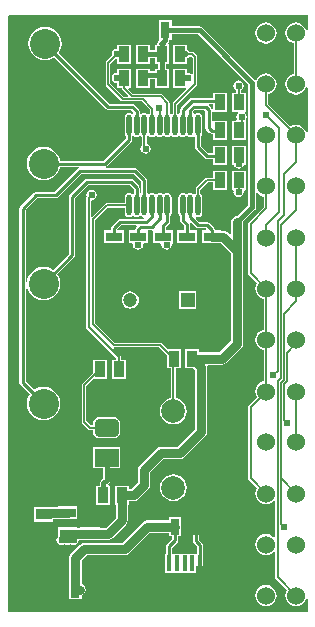
<source format=gtl>
G04 Layer_Physical_Order=1*
G04 Layer_Color=25308*
%FSLAX25Y25*%
%MOIN*%
G70*
G01*
G75*
%ADD10R,0.03740X0.05315*%
%ADD11R,0.05512X0.03150*%
%ADD12R,0.03150X0.05512*%
%ADD13R,0.09350X0.07480*%
%ADD14R,0.05807X0.08268*%
%ADD15R,0.01772X0.05433*%
%ADD16O,0.01772X0.07087*%
%ADD17R,0.05315X0.03740*%
%ADD18C,0.01500*%
%ADD19C,0.00500*%
%ADD20C,0.01000*%
%ADD21C,0.03000*%
%ADD22C,0.06000*%
%ADD23R,0.04724X0.04724*%
%ADD24C,0.04724*%
%ADD25C,0.10000*%
%ADD26R,0.10000X0.10000*%
%ADD27C,0.07874*%
%ADD28R,0.08000X0.06000*%
G04:AMPARAMS|DCode=29|XSize=60mil|YSize=80mil|CornerRadius=15mil|HoleSize=0mil|Usage=FLASHONLY|Rotation=90.000|XOffset=0mil|YOffset=0mil|HoleType=Round|Shape=RoundedRectangle|*
%AMROUNDEDRECTD29*
21,1,0.06000,0.05000,0,0,90.0*
21,1,0.03000,0.08000,0,0,90.0*
1,1,0.03000,0.02500,0.01500*
1,1,0.03000,0.02500,-0.01500*
1,1,0.03000,-0.02500,-0.01500*
1,1,0.03000,-0.02500,0.01500*
%
%ADD29ROUNDEDRECTD29*%
%ADD30C,0.02400*%
%ADD31C,0.02000*%
G36*
X241500Y294658D02*
X241000Y294558D01*
X240707Y295265D01*
X240146Y295996D01*
X239415Y296557D01*
X238564Y296910D01*
X237650Y297030D01*
X236736Y296910D01*
X235885Y296557D01*
X235154Y295996D01*
X234593Y295265D01*
X234240Y294414D01*
X234120Y293500D01*
X234240Y292586D01*
X234593Y291735D01*
X235154Y291004D01*
X235885Y290443D01*
X236736Y290090D01*
X236885Y290070D01*
Y279929D01*
X236736Y279910D01*
X235885Y279557D01*
X235154Y278996D01*
X234593Y278265D01*
X234240Y277414D01*
X234120Y276500D01*
X234240Y275586D01*
X234593Y274735D01*
X235154Y274004D01*
X235885Y273443D01*
X236736Y273090D01*
X237650Y272970D01*
X238564Y273090D01*
X239415Y273443D01*
X240146Y274004D01*
X240707Y274735D01*
X241000Y275442D01*
X241500Y275342D01*
Y260567D01*
X241000Y260467D01*
X240707Y261174D01*
X240146Y261905D01*
X239415Y262466D01*
X238564Y262819D01*
X237650Y262939D01*
X236736Y262819D01*
X235885Y262466D01*
X235766Y262375D01*
X228415Y269726D01*
Y273071D01*
X228564Y273090D01*
X229415Y273443D01*
X230146Y274004D01*
X230707Y274735D01*
X231060Y275586D01*
X231180Y276500D01*
X231060Y277414D01*
X230707Y278265D01*
X230146Y278996D01*
X229415Y279557D01*
X228564Y279910D01*
X227650Y280030D01*
X226736Y279910D01*
X225885Y279557D01*
X225154Y278996D01*
X224593Y278265D01*
X224465Y277957D01*
X223901Y277901D01*
X206401Y295401D01*
X205988Y295677D01*
X205500Y295775D01*
X196213D01*
Y297756D01*
X192063D01*
Y291244D01*
X192063Y291244D01*
X191960Y291109D01*
X191919Y291081D01*
X191587Y290585D01*
X191471Y290000D01*
X191190Y289657D01*
X190579D01*
Y287774D01*
X188921D01*
Y289657D01*
X184181D01*
Y283343D01*
X188921D01*
Y285226D01*
X190579D01*
Y283343D01*
X191674D01*
Y281658D01*
X190579D01*
Y280774D01*
X188921D01*
Y281658D01*
X184181D01*
Y275342D01*
X188921D01*
Y278225D01*
X190579D01*
Y275342D01*
X195319D01*
Y281658D01*
X194223D01*
Y283343D01*
X195319D01*
Y289657D01*
X195167D01*
X194960Y290158D01*
X195039Y290237D01*
X195315Y290650D01*
X195412Y291138D01*
Y291244D01*
X196213D01*
Y293226D01*
X204972D01*
X221726Y276472D01*
Y236028D01*
X218197Y232500D01*
X218000Y232539D01*
X217220Y232384D01*
X216558Y231942D01*
X216116Y231280D01*
X215961Y230500D01*
Y226576D01*
X215499Y226385D01*
X214804Y227080D01*
X214143Y227522D01*
X213362Y227677D01*
X212756D01*
Y227713D01*
X210520D01*
Y228000D01*
X210442Y228390D01*
X210221Y228721D01*
X208721Y230221D01*
X208390Y230442D01*
X208000Y230520D01*
X205422D01*
X204276Y231666D01*
X204472Y232124D01*
X204503Y232146D01*
X205016Y232044D01*
X205557Y232151D01*
X206015Y232458D01*
X206321Y232916D01*
X206429Y233457D01*
Y238772D01*
X206321Y239312D01*
X206015Y239771D01*
X205780Y239927D01*
Y241199D01*
X208317Y243735D01*
X210079D01*
Y241342D01*
X214819D01*
Y247657D01*
X210079D01*
Y245265D01*
X208000D01*
X208000Y245265D01*
X207707Y245206D01*
X207459Y245041D01*
X204475Y242056D01*
X204309Y241808D01*
X204251Y241516D01*
Y239927D01*
X204017Y239771D01*
X203986Y239725D01*
X203486D01*
X203456Y239771D01*
X202997Y240077D01*
X202457Y240185D01*
X201916Y240077D01*
X201458Y239771D01*
X201427Y239725D01*
X200927D01*
X200897Y239771D01*
X200438Y240077D01*
X199898Y240185D01*
X199357Y240077D01*
X198898Y239771D01*
X198592Y239312D01*
X198485Y238772D01*
Y233457D01*
X198592Y232916D01*
X198878Y232488D01*
Y231102D01*
X198956Y230712D01*
X199177Y230381D01*
X200355Y229203D01*
Y227713D01*
X198119D01*
Y223563D01*
X204631D01*
Y227713D01*
X202395D01*
Y229625D01*
X202317Y230015D01*
X202279Y230072D01*
X202667Y230391D01*
X204279Y228779D01*
X204610Y228558D01*
X205000Y228480D01*
X207536D01*
X207784Y228175D01*
X207582Y227713D01*
X206244D01*
Y223563D01*
X212553D01*
X215961Y220155D01*
Y190845D01*
X212155Y187039D01*
X205421D01*
Y188157D01*
X200681D01*
Y181843D01*
X203325D01*
X203961Y181207D01*
Y161345D01*
X198155Y155539D01*
X192500D01*
X191720Y155384D01*
X191455Y155207D01*
X191058Y154942D01*
X191058Y154942D01*
X185558Y149442D01*
X185116Y148780D01*
X184961Y148000D01*
Y143845D01*
X182655Y141539D01*
X181921D01*
Y142657D01*
X177181D01*
Y136343D01*
X177512D01*
Y131896D01*
X174293Y128677D01*
X172256D01*
Y128713D01*
X165744D01*
Y128677D01*
X164756D01*
Y128713D01*
X158244D01*
Y125680D01*
X157899Y125163D01*
X157767Y124500D01*
X157899Y123837D01*
X158274Y123274D01*
X158837Y122899D01*
X159500Y122767D01*
X160163Y122899D01*
X160500Y123124D01*
X160837Y122899D01*
X161500Y122767D01*
X162163Y122899D01*
X162500Y123124D01*
X162837Y122899D01*
X163500Y122767D01*
X164163Y122899D01*
X164726Y123274D01*
X165101Y123837D01*
X165233Y124500D01*
X165258Y124530D01*
X165744Y124563D01*
X165744Y124563D01*
X165744Y124563D01*
X172256D01*
Y124599D01*
X175138D01*
X175918Y124754D01*
X176580Y125196D01*
X180993Y129609D01*
X181435Y130271D01*
X181590Y131051D01*
Y136343D01*
X181921D01*
Y137461D01*
X183500D01*
X184280Y137616D01*
X184942Y138058D01*
X188442Y141558D01*
X188884Y142220D01*
X189039Y143000D01*
Y147155D01*
X193345Y151461D01*
X199000D01*
X199780Y151616D01*
X200442Y152058D01*
X207442Y159058D01*
X207442Y159058D01*
X207707Y159455D01*
X207884Y159720D01*
X208039Y160500D01*
Y182051D01*
X207958Y182461D01*
X208353Y182961D01*
X213000D01*
X213780Y183116D01*
X214442Y183558D01*
X219442Y188558D01*
X219884Y189220D01*
X220039Y190000D01*
Y221000D01*
Y230500D01*
X220000Y230697D01*
X223901Y234599D01*
X224178Y235012D01*
X224274Y235500D01*
Y240191D01*
X224775Y240361D01*
X225154Y239867D01*
X225885Y239306D01*
X226736Y238953D01*
X226885Y238933D01*
Y235467D01*
X221959Y230541D01*
X221794Y230293D01*
X221735Y230000D01*
Y213422D01*
X221794Y213129D01*
X221959Y212881D01*
X224684Y210156D01*
X224593Y210037D01*
X224240Y209186D01*
X224120Y208272D01*
X224240Y207358D01*
X224593Y206507D01*
X225154Y205776D01*
X225885Y205215D01*
X226736Y204862D01*
X226885Y204842D01*
Y194657D01*
X226736Y194637D01*
X225885Y194284D01*
X225154Y193723D01*
X224593Y192992D01*
X224240Y192141D01*
X224120Y191227D01*
X224240Y190314D01*
X224593Y189462D01*
X225154Y188731D01*
X225885Y188170D01*
X226736Y187817D01*
X226885Y187798D01*
Y177429D01*
X226736Y177410D01*
X225885Y177057D01*
X225154Y176496D01*
X224593Y175765D01*
X224240Y174914D01*
X224120Y174000D01*
X224240Y173086D01*
X224593Y172235D01*
X224684Y172116D01*
X221959Y169391D01*
X221794Y169143D01*
X221735Y168850D01*
Y145150D01*
X221794Y144857D01*
X221959Y144609D01*
X224684Y141884D01*
X224593Y141765D01*
X224240Y140914D01*
X224120Y140000D01*
X224240Y139086D01*
X224593Y138235D01*
X225154Y137504D01*
X225885Y136943D01*
X226736Y136590D01*
X227650Y136470D01*
X228564Y136590D01*
X229415Y136943D01*
X230146Y137504D01*
X230235Y137620D01*
X230735Y137450D01*
Y125550D01*
X230235Y125380D01*
X230146Y125496D01*
X229415Y126057D01*
X228564Y126410D01*
X227650Y126530D01*
X226736Y126410D01*
X225885Y126057D01*
X225154Y125496D01*
X224593Y124765D01*
X224240Y123914D01*
X224120Y123000D01*
X224240Y122086D01*
X224593Y121235D01*
X225154Y120504D01*
X225885Y119943D01*
X226736Y119590D01*
X227650Y119470D01*
X228564Y119590D01*
X229415Y119943D01*
X230146Y120504D01*
X230235Y120620D01*
X230735Y120450D01*
Y112150D01*
X230793Y111857D01*
X230959Y111609D01*
X234684Y107884D01*
X234593Y107765D01*
X234240Y106914D01*
X234120Y106000D01*
X234240Y105086D01*
X234593Y104235D01*
X235154Y103504D01*
X235885Y102943D01*
X236736Y102590D01*
X237650Y102470D01*
X238564Y102590D01*
X239415Y102943D01*
X240146Y103504D01*
X240707Y104235D01*
X241000Y104942D01*
X241500Y104842D01*
Y101000D01*
X241538Y100962D01*
X241347Y100500D01*
X141500D01*
Y299000D01*
X142000Y299500D01*
X241500D01*
Y294658D01*
D02*
G37*
%LPC*%
G36*
X196783Y146385D02*
X195625Y146232D01*
X194546Y145785D01*
X193619Y145074D01*
X192908Y144147D01*
X192461Y143068D01*
X192308Y141909D01*
X192461Y140751D01*
X192908Y139672D01*
X193619Y138745D01*
X194546Y138034D01*
X195625Y137587D01*
X196783Y137434D01*
X197942Y137587D01*
X199021Y138034D01*
X199948Y138745D01*
X200659Y139672D01*
X201106Y140751D01*
X201259Y141909D01*
X201106Y143068D01*
X200659Y144147D01*
X199948Y145074D01*
X199021Y145785D01*
X197942Y146232D01*
X196783Y146385D01*
D02*
G37*
G36*
X174819Y184658D02*
X170079D01*
Y180211D01*
X166459Y176592D01*
X166294Y176344D01*
X166235Y176051D01*
Y164000D01*
X166294Y163707D01*
X166459Y163459D01*
X168459Y161459D01*
X168707Y161293D01*
X169000Y161235D01*
X169000Y161235D01*
X169961D01*
Y160500D01*
X170116Y159720D01*
X170558Y159058D01*
X171220Y158616D01*
X172000Y158461D01*
X177000D01*
X177780Y158616D01*
X178442Y159058D01*
X178884Y159720D01*
X179039Y160500D01*
Y163500D01*
X178884Y164280D01*
X178442Y164942D01*
X177780Y165384D01*
X177000Y165539D01*
X172000D01*
X171220Y165384D01*
X170558Y164942D01*
X170116Y164280D01*
X169961Y163500D01*
Y162765D01*
X169317D01*
X167765Y164317D01*
Y175734D01*
X170373Y178342D01*
X174819D01*
Y184658D01*
D02*
G37*
G36*
X182394Y207387D02*
X181647Y207289D01*
X180950Y207000D01*
X180352Y206541D01*
X179894Y205943D01*
X179605Y205247D01*
X179507Y204500D01*
X179605Y203753D01*
X179894Y203057D01*
X180352Y202459D01*
X180950Y202000D01*
X181647Y201712D01*
X182394Y201613D01*
X183141Y201712D01*
X183837Y202000D01*
X184435Y202459D01*
X184894Y203057D01*
X185182Y203753D01*
X185281Y204500D01*
X185182Y205247D01*
X184894Y205943D01*
X184435Y206541D01*
X183837Y207000D01*
X183141Y207289D01*
X182394Y207387D01*
D02*
G37*
G36*
X179000Y155500D02*
X170000D01*
Y148500D01*
X173225D01*
Y145028D01*
X172548Y144350D01*
X172271Y143937D01*
X172174Y143449D01*
Y142657D01*
X171079D01*
Y136343D01*
X175819D01*
Y142657D01*
X175167D01*
X174960Y143157D01*
X175401Y143599D01*
X175678Y144012D01*
X175775Y144500D01*
Y148500D01*
X179000D01*
Y155500D01*
D02*
G37*
G36*
X227650Y109530D02*
X226736Y109410D01*
X225885Y109057D01*
X225154Y108496D01*
X224593Y107765D01*
X224240Y106914D01*
X224120Y106000D01*
X224240Y105086D01*
X224593Y104235D01*
X225154Y103504D01*
X225885Y102943D01*
X226736Y102590D01*
X227650Y102470D01*
X228564Y102590D01*
X229415Y102943D01*
X230146Y103504D01*
X230707Y104235D01*
X231060Y105086D01*
X231180Y106000D01*
X231060Y106914D01*
X230707Y107765D01*
X230146Y108496D01*
X229415Y109057D01*
X228564Y109410D01*
X227650Y109530D01*
D02*
G37*
G36*
X199437Y132256D02*
X195287D01*
Y131039D01*
X188000D01*
X187220Y130884D01*
X186558Y130442D01*
X179655Y123539D01*
X167000D01*
X166220Y123384D01*
X165558Y122942D01*
X162696Y120080D01*
X162254Y119418D01*
X162099Y118638D01*
Y118256D01*
X162063D01*
Y111756D01*
X162063Y111744D01*
X162063D01*
Y111744D01*
X162063Y111256D01*
X162063Y111251D01*
X162063Y111244D01*
D01*
Y111244D01*
X162063D01*
Y104744D01*
X166213D01*
Y106103D01*
X166280Y106116D01*
X166942Y106558D01*
X167384Y107220D01*
X167539Y108000D01*
X167384Y108780D01*
X166942Y109442D01*
X166280Y109884D01*
X166213Y109897D01*
Y111244D01*
X166213Y111256D01*
X166213D01*
Y111256D01*
X166213Y111744D01*
D01*
X166213Y111749D01*
X166213Y111756D01*
D01*
Y111756D01*
X166213D01*
Y117829D01*
X167845Y119461D01*
X180500D01*
X181280Y119616D01*
X181942Y120058D01*
X188845Y126961D01*
X195287D01*
Y125744D01*
X196343D01*
Y124785D01*
X194661Y123103D01*
X194440Y122772D01*
X194362Y122382D01*
Y119916D01*
X193996D01*
Y113484D01*
X204445D01*
Y115756D01*
X204721Y115892D01*
X204945Y115947D01*
X205228Y115758D01*
X205618Y115680D01*
X206008Y115758D01*
X206339Y115979D01*
X206560Y116310D01*
X206638Y116700D01*
Y122882D01*
X206560Y123272D01*
X206339Y123603D01*
X205382Y124560D01*
Y129000D01*
X205304Y129390D01*
X205083Y129721D01*
X204752Y129942D01*
X204362Y130020D01*
X203972Y129942D01*
X203641Y129721D01*
X203420Y129390D01*
X203343Y129000D01*
Y124138D01*
X203420Y123748D01*
X203641Y123417D01*
X204598Y122460D01*
Y120353D01*
X204445Y119916D01*
X204099Y119916D01*
X196402D01*
Y121960D01*
X198083Y123641D01*
X198304Y123972D01*
X198382Y124362D01*
Y125744D01*
X199437D01*
Y132256D01*
D02*
G37*
G36*
X164756Y135713D02*
X158244D01*
Y135677D01*
X154087D01*
X154087Y135677D01*
X153306Y135522D01*
X153156Y135421D01*
X150343D01*
Y130681D01*
X156658D01*
Y131599D01*
X158244D01*
Y131563D01*
X164756D01*
Y135713D01*
D02*
G37*
G36*
X218500Y277733D02*
X217837Y277601D01*
X217274Y277226D01*
X216899Y276663D01*
X216767Y276000D01*
X216899Y275337D01*
X217274Y274774D01*
X217743Y274461D01*
X217787Y274243D01*
Y273657D01*
X216181D01*
Y267342D01*
X218298D01*
X218449Y266843D01*
X218274Y266726D01*
X217899Y266163D01*
X217767Y265500D01*
X217899Y264837D01*
X217947Y264765D01*
X217711Y264324D01*
X216181D01*
Y258009D01*
X220921D01*
Y264324D01*
X220921Y264324D01*
X220921D01*
X221063Y264779D01*
X221101Y264837D01*
X221233Y265500D01*
X221101Y266163D01*
X220726Y266726D01*
X220551Y266843D01*
X220702Y267342D01*
X220921D01*
Y273657D01*
X219316D01*
Y274449D01*
X219307Y274495D01*
X219726Y274774D01*
X220101Y275337D01*
X220233Y276000D01*
X220101Y276663D01*
X219726Y277226D01*
X219163Y277601D01*
X218500Y277733D01*
D02*
G37*
G36*
X154000Y295548D02*
X152564Y295358D01*
X151226Y294804D01*
X150077Y293923D01*
X149196Y292774D01*
X148642Y291436D01*
X148452Y290000D01*
X148642Y288564D01*
X149196Y287226D01*
X150077Y286077D01*
X151226Y285196D01*
X152564Y284642D01*
X154000Y284453D01*
X155436Y284642D01*
X156774Y285196D01*
X157107Y285451D01*
X174279Y268279D01*
X174610Y268058D01*
X175000Y267980D01*
X182578D01*
X183430Y267128D01*
X183379Y266776D01*
X182965Y266557D01*
X182955Y266561D01*
X182525Y266849D01*
X181984Y266956D01*
X181444Y266849D01*
X180985Y266542D01*
X180679Y266084D01*
X180571Y265543D01*
Y260228D01*
X180679Y259688D01*
X180965Y259260D01*
Y258407D01*
X173578Y251020D01*
X158913D01*
X158858Y251436D01*
X158304Y252774D01*
X157423Y253923D01*
X156274Y254804D01*
X154936Y255358D01*
X153500Y255547D01*
X152064Y255358D01*
X150726Y254804D01*
X149577Y253923D01*
X148696Y252774D01*
X148142Y251436D01*
X147952Y250000D01*
X148142Y248564D01*
X148696Y247226D01*
X149577Y246077D01*
X150726Y245196D01*
X152064Y244642D01*
X153500Y244453D01*
X154936Y244642D01*
X156274Y245196D01*
X157423Y246077D01*
X158304Y247226D01*
X158858Y248564D01*
X158913Y248980D01*
X165254D01*
X165303Y248480D01*
X165110Y248442D01*
X164779Y248221D01*
X157078Y240520D01*
X151000D01*
X150610Y240442D01*
X150279Y240221D01*
X145779Y235721D01*
X145558Y235390D01*
X145480Y235000D01*
Y177000D01*
X145558Y176610D01*
X145779Y176279D01*
X148951Y173107D01*
X148696Y172774D01*
X148142Y171436D01*
X147952Y170000D01*
X148142Y168564D01*
X148696Y167226D01*
X149577Y166077D01*
X150726Y165196D01*
X152064Y164642D01*
X153500Y164453D01*
X154936Y164642D01*
X156274Y165196D01*
X157423Y166077D01*
X158304Y167226D01*
X158858Y168564D01*
X159047Y170000D01*
X158858Y171436D01*
X158304Y172774D01*
X157423Y173923D01*
X156274Y174804D01*
X154936Y175358D01*
X153500Y175548D01*
X152064Y175358D01*
X150726Y174804D01*
X150393Y174549D01*
X147520Y177422D01*
Y209458D01*
X148020Y209491D01*
X148142Y208564D01*
X148696Y207226D01*
X149577Y206077D01*
X150726Y205196D01*
X152064Y204642D01*
X153500Y204452D01*
X154936Y204642D01*
X156274Y205196D01*
X157423Y206077D01*
X158304Y207226D01*
X158858Y208564D01*
X159047Y210000D01*
X158858Y211436D01*
X158304Y212774D01*
X158049Y213107D01*
X163721Y218779D01*
X163942Y219110D01*
X164020Y219500D01*
Y238578D01*
X168422Y242980D01*
X182078D01*
X183524Y241534D01*
Y239944D01*
X183077Y239734D01*
X182955Y239790D01*
X182525Y240077D01*
X181984Y240185D01*
X181444Y240077D01*
X180985Y239771D01*
X180679Y239312D01*
X180571Y238772D01*
Y236879D01*
X174614D01*
X174614Y236879D01*
X174322Y236821D01*
X174074Y236655D01*
X174073Y236655D01*
X169765Y232346D01*
X169265Y232553D01*
Y237574D01*
X169500Y237767D01*
X170163Y237899D01*
X170726Y238274D01*
X171101Y238837D01*
X171233Y239500D01*
X171101Y240163D01*
X170726Y240726D01*
X170163Y241101D01*
X169500Y241233D01*
X168837Y241101D01*
X168274Y240726D01*
X167899Y240163D01*
X167767Y239500D01*
X167881Y238924D01*
X167794Y238793D01*
X167735Y238500D01*
Y195500D01*
X167794Y195207D01*
X167959Y194959D01*
X177761Y185158D01*
X177725Y184658D01*
X176181D01*
Y178342D01*
X180921D01*
Y184658D01*
X179316D01*
Y185449D01*
X179316Y185449D01*
X179258Y185741D01*
X179092Y185989D01*
X179092Y185990D01*
X176820Y188261D01*
X176953Y188611D01*
X177053Y188735D01*
X192132D01*
X194579Y186289D01*
Y181843D01*
X196019D01*
Y171875D01*
X195625Y171823D01*
X194546Y171376D01*
X193619Y170665D01*
X192908Y169738D01*
X192461Y168658D01*
X192308Y167500D01*
X192461Y166342D01*
X192908Y165262D01*
X193619Y164336D01*
X194546Y163624D01*
X195625Y163177D01*
X196783Y163025D01*
X197942Y163177D01*
X199021Y163624D01*
X199948Y164336D01*
X200659Y165262D01*
X201106Y166342D01*
X201259Y167500D01*
X201106Y168658D01*
X200659Y169738D01*
X199948Y170665D01*
X199021Y171376D01*
X197942Y171823D01*
X197548Y171875D01*
Y181843D01*
X199319D01*
Y188157D01*
X194873D01*
X192990Y190041D01*
X192742Y190207D01*
X192449Y190265D01*
X177317D01*
X170765Y196817D01*
Y231183D01*
X174931Y235349D01*
X180571D01*
Y233457D01*
X180679Y232916D01*
X180985Y232458D01*
X181444Y232151D01*
X181984Y232044D01*
X182525Y232151D01*
X182983Y232458D01*
X183014Y232503D01*
X183514D01*
X183544Y232458D01*
X184003Y232151D01*
X184543Y232044D01*
X185084Y232151D01*
X185542Y232458D01*
X185573Y232503D01*
X186073D01*
X186103Y232458D01*
X186562Y232151D01*
X186748Y232114D01*
X186996Y231555D01*
X186975Y231520D01*
X179000D01*
X178610Y231442D01*
X178279Y231221D01*
X176279Y229221D01*
X176058Y228890D01*
X175980Y228500D01*
Y227713D01*
X173744D01*
Y223563D01*
X180256D01*
Y227713D01*
X178345D01*
X178155Y228213D01*
X179422Y229480D01*
X184385D01*
X184576Y229018D01*
X184404Y228846D01*
X184183Y228515D01*
X184105Y228125D01*
Y227713D01*
X181869D01*
Y223563D01*
X182985D01*
X183302Y223177D01*
X183267Y223000D01*
X183399Y222337D01*
X183774Y221774D01*
X184337Y221399D01*
X185000Y221267D01*
X185663Y221399D01*
X186226Y221774D01*
X186601Y222337D01*
X186733Y223000D01*
X186698Y223177D01*
X187015Y223563D01*
X188381D01*
Y227713D01*
X188770Y227980D01*
X189216D01*
X189688Y227920D01*
X189972Y227597D01*
X189977Y227592D01*
X189987Y227580D01*
X189987Y227580D01*
X189994Y227572D01*
Y227514D01*
X189994Y227481D01*
X189994Y227328D01*
Y227325D01*
Y227325D01*
Y223563D01*
X192485D01*
X192802Y223177D01*
X192767Y223000D01*
X192899Y222337D01*
X193274Y221774D01*
X193837Y221399D01*
X194500Y221267D01*
X195163Y221399D01*
X195726Y221774D01*
X196101Y222337D01*
X196233Y223000D01*
X196196Y223186D01*
X196506Y223563D01*
X196506D01*
Y227713D01*
X194270D01*
Y228828D01*
X195501Y230059D01*
X195721Y230389D01*
X195799Y230780D01*
Y232488D01*
X196085Y232916D01*
X196193Y233457D01*
Y238772D01*
X196085Y239312D01*
X195779Y239771D01*
X195320Y240077D01*
X194780Y240185D01*
X194239Y240077D01*
X193780Y239771D01*
X193750Y239725D01*
X193250D01*
X193220Y239771D01*
X192761Y240077D01*
X192220Y240185D01*
X191680Y240077D01*
X191221Y239771D01*
X191191Y239725D01*
X190691D01*
X190661Y239771D01*
X190202Y240077D01*
X189661Y240185D01*
X189121Y240077D01*
X188690Y239790D01*
X188569Y239734D01*
X188503Y239765D01*
X188122Y240093D01*
Y244398D01*
X188044Y244788D01*
X187823Y245119D01*
X184721Y248221D01*
X184390Y248442D01*
X184000Y248520D01*
X174246D01*
X174197Y249020D01*
X174390Y249058D01*
X174721Y249279D01*
X182705Y257263D01*
X182926Y257594D01*
X183004Y257984D01*
Y259056D01*
X183451Y259266D01*
X183572Y259210D01*
X184003Y258923D01*
X184543Y258815D01*
X185084Y258923D01*
X185542Y259229D01*
X186025Y259178D01*
X186338Y258884D01*
Y256268D01*
X186274Y256226D01*
X185899Y255663D01*
X185767Y255000D01*
X185899Y254337D01*
X186274Y253774D01*
X186837Y253399D01*
X187500Y253267D01*
X188163Y253399D01*
X188726Y253774D01*
X189101Y254337D01*
X189233Y255000D01*
X189101Y255663D01*
X188726Y256226D01*
X188163Y256601D01*
X187867Y256660D01*
Y259073D01*
X188101Y259229D01*
X188132Y259275D01*
X188632D01*
X188662Y259229D01*
X189121Y258923D01*
X189661Y258815D01*
X190202Y258923D01*
X190661Y259229D01*
X190691Y259275D01*
X191191D01*
X191221Y259229D01*
X191680Y258923D01*
X192220Y258815D01*
X192761Y258923D01*
X193220Y259229D01*
X193250Y259275D01*
X193750D01*
X193780Y259229D01*
X194239Y258923D01*
X194780Y258815D01*
X195320Y258923D01*
X195779Y259229D01*
X195809Y259275D01*
X196309D01*
X196339Y259229D01*
X196798Y258923D01*
X197339Y258815D01*
X197879Y258923D01*
X198338Y259229D01*
X198368Y259275D01*
X198868D01*
X198898Y259229D01*
X199357Y258923D01*
X199898Y258815D01*
X200438Y258923D01*
X200897Y259229D01*
X200927Y259275D01*
X201427D01*
X201458Y259229D01*
X201916Y258923D01*
X202457Y258815D01*
X202997Y258923D01*
X203428Y259210D01*
X203549Y259266D01*
X203615Y259235D01*
X203996Y258907D01*
Y255484D01*
X204074Y255094D01*
X204295Y254763D01*
X207279Y251779D01*
X207610Y251558D01*
X208000Y251480D01*
X210079D01*
Y249676D01*
X214819D01*
Y255991D01*
X210079D01*
Y253520D01*
X208422D01*
X206035Y255907D01*
Y259260D01*
X206321Y259688D01*
X206429Y260228D01*
Y265543D01*
X206321Y266084D01*
X206015Y266542D01*
X205557Y266849D01*
X205016Y266956D01*
X204475Y266849D01*
X204045Y266561D01*
X203923Y266506D01*
X203857Y266537D01*
X203476Y266865D01*
Y267534D01*
X203922Y267980D01*
X207078D01*
X207480Y267578D01*
Y262000D01*
X207558Y261610D01*
X207779Y261279D01*
X208779Y260279D01*
X209110Y260058D01*
X209500Y259980D01*
X210079D01*
Y258009D01*
X214819D01*
Y264324D01*
X210079D01*
Y263108D01*
X209579Y262840D01*
X209520Y262880D01*
Y268000D01*
X209442Y268390D01*
X209221Y268721D01*
X208461Y269480D01*
X208669Y269980D01*
X210079D01*
Y267342D01*
X214819D01*
Y273657D01*
X210079D01*
Y272020D01*
X203000D01*
X202610Y271942D01*
X202279Y271721D01*
X199177Y268619D01*
X198956Y268288D01*
X198878Y267898D01*
Y266825D01*
X198381Y266627D01*
X198103Y266887D01*
Y269522D01*
X204541Y275959D01*
X204707Y276207D01*
X204765Y276500D01*
Y285500D01*
X204707Y285793D01*
X204541Y286041D01*
X204541Y286041D01*
X203541Y287041D01*
X203293Y287207D01*
X203000Y287265D01*
X202293D01*
X202081Y287581D01*
X201585Y287913D01*
X201421Y287946D01*
Y289657D01*
X196681D01*
Y283343D01*
X201421D01*
Y285054D01*
X201585Y285087D01*
X202081Y285419D01*
X202225Y285634D01*
X202751Y285668D01*
X203235Y285183D01*
Y279863D01*
X202735Y279711D01*
X202726Y279726D01*
X202163Y280101D01*
X201500Y280233D01*
X201421Y280298D01*
Y281658D01*
X196681D01*
Y275342D01*
X201054D01*
X201261Y274843D01*
X196798Y270379D01*
X196632Y270131D01*
X196574Y269839D01*
Y266699D01*
X196339Y266542D01*
X195857Y266594D01*
X195544Y266887D01*
Y270220D01*
X195486Y270513D01*
X195320Y270761D01*
X193041Y273041D01*
X192793Y273206D01*
X192500Y273265D01*
X183317D01*
X181701Y274881D01*
X181892Y275342D01*
X182819D01*
Y281658D01*
X178079D01*
Y280298D01*
X178000Y280233D01*
X177337Y280101D01*
X176774Y279726D01*
X176399Y279163D01*
X176267Y278500D01*
X176399Y277837D01*
X176774Y277274D01*
X177337Y276899D01*
X178000Y276767D01*
X178079Y276702D01*
Y275342D01*
X179684D01*
Y275051D01*
X179742Y274759D01*
X179908Y274511D01*
X181692Y272727D01*
X181501Y272265D01*
X180317D01*
X175765Y276817D01*
Y283183D01*
X177456Y284875D01*
X178000Y284767D01*
X178079Y284702D01*
Y283343D01*
X182819D01*
Y289657D01*
X178079D01*
Y288298D01*
X178000Y288233D01*
X177337Y288101D01*
X176774Y287726D01*
X176399Y287163D01*
X176267Y286500D01*
X176375Y285956D01*
X174459Y284041D01*
X174293Y283793D01*
X174235Y283500D01*
Y276500D01*
X174293Y276207D01*
X174459Y275959D01*
X179459Y270959D01*
X179707Y270794D01*
X180000Y270735D01*
X180000Y270735D01*
X186183D01*
X188897Y268022D01*
Y266699D01*
X188662Y266542D01*
X188632Y266497D01*
X188132D01*
X188101Y266542D01*
X187643Y266849D01*
X187102Y266956D01*
X186562Y266849D01*
X186131Y266561D01*
X186010Y266506D01*
X185944Y266537D01*
X185563Y266865D01*
Y267457D01*
X185485Y267847D01*
X185264Y268178D01*
X183721Y269721D01*
X183390Y269942D01*
X183000Y270020D01*
X175422D01*
X158549Y286893D01*
X158804Y287226D01*
X159358Y288564D01*
X159547Y290000D01*
X159358Y291436D01*
X158804Y292774D01*
X157923Y293923D01*
X156774Y294804D01*
X155436Y295358D01*
X154000Y295548D01*
D02*
G37*
G36*
X227650Y297030D02*
X226736Y296910D01*
X225885Y296557D01*
X225154Y295996D01*
X224593Y295265D01*
X224240Y294414D01*
X224120Y293500D01*
X224240Y292586D01*
X224593Y291735D01*
X225154Y291004D01*
X225885Y290443D01*
X226736Y290090D01*
X227650Y289970D01*
X228564Y290090D01*
X229415Y290443D01*
X230146Y291004D01*
X230707Y291735D01*
X231060Y292586D01*
X231180Y293500D01*
X231060Y294414D01*
X230707Y295265D01*
X230146Y295996D01*
X229415Y296557D01*
X228564Y296910D01*
X227650Y297030D01*
D02*
G37*
G36*
X220921Y255991D02*
X216181D01*
Y249676D01*
X216831D01*
X216899Y249337D01*
X217274Y248774D01*
X217837Y248399D01*
X218500Y248267D01*
X219163Y248399D01*
X219726Y248774D01*
X220101Y249337D01*
X220169Y249676D01*
X220921D01*
Y255991D01*
D02*
G37*
G36*
X204468Y207362D02*
X198744D01*
Y201638D01*
X204468D01*
Y207362D01*
D02*
G37*
G36*
X220921Y247657D02*
X216181D01*
Y241342D01*
X216463D01*
X216835Y240843D01*
X216767Y240500D01*
X216899Y239837D01*
X217274Y239274D01*
X217837Y238899D01*
X218500Y238767D01*
X219163Y238899D01*
X219726Y239274D01*
X220101Y239837D01*
X220233Y240500D01*
X220165Y240843D01*
X220537Y241342D01*
X220921D01*
Y247657D01*
D02*
G37*
%LPD*%
G36*
X186083Y243975D02*
Y240415D01*
X185823Y240265D01*
X185563Y240415D01*
Y241957D01*
X185485Y242347D01*
X185264Y242678D01*
X183221Y244721D01*
X182890Y244942D01*
X182500Y245020D01*
X168000D01*
X167610Y244942D01*
X167279Y244721D01*
X162279Y239721D01*
X162058Y239390D01*
X161980Y239000D01*
Y219922D01*
X156607Y214549D01*
X156274Y214804D01*
X154936Y215358D01*
X153500Y215547D01*
X152064Y215358D01*
X150726Y214804D01*
X149577Y213923D01*
X148696Y212774D01*
X148142Y211436D01*
X148020Y210509D01*
X147520Y210542D01*
Y234578D01*
X151422Y238480D01*
X157500D01*
X157890Y238558D01*
X158221Y238779D01*
X165922Y246480D01*
X183578D01*
X186083Y243975D01*
D02*
G37*
D10*
X172449Y181500D02*
D03*
X178551D02*
D03*
X203051Y185000D02*
D03*
X196949D02*
D03*
X179551Y139500D02*
D03*
X173449D02*
D03*
X218551Y244500D02*
D03*
X212449D02*
D03*
X218551Y252833D02*
D03*
X212449D02*
D03*
X218551Y261167D02*
D03*
X212449D02*
D03*
X218551Y270500D02*
D03*
X212449D02*
D03*
X192949Y278500D02*
D03*
X199051D02*
D03*
X192949Y286500D02*
D03*
X199051D02*
D03*
X186551Y278500D02*
D03*
X180449D02*
D03*
X186551Y286500D02*
D03*
X180449D02*
D03*
D11*
X161500Y133638D02*
D03*
Y126638D02*
D03*
X193250Y225638D02*
D03*
Y218638D02*
D03*
X185125Y225638D02*
D03*
Y218638D02*
D03*
X201375Y225638D02*
D03*
Y218638D02*
D03*
X177000Y225638D02*
D03*
Y218638D02*
D03*
X209500Y225638D02*
D03*
Y218638D02*
D03*
X169000Y133638D02*
D03*
Y126638D02*
D03*
D12*
X171138Y108000D02*
D03*
X164138D02*
D03*
X171138Y115000D02*
D03*
X164138D02*
D03*
X194138Y294500D02*
D03*
X187138D02*
D03*
X197362Y129000D02*
D03*
X204362D02*
D03*
D13*
X189043Y106236D02*
D03*
X211957D02*
D03*
D14*
X210244Y115311D02*
D03*
X190756D02*
D03*
D15*
X195382Y116700D02*
D03*
X197941D02*
D03*
X205618D02*
D03*
X200500D02*
D03*
X203059D02*
D03*
D16*
X181984Y236114D02*
D03*
X184543D02*
D03*
X187102D02*
D03*
X189661D02*
D03*
X192220D02*
D03*
X194780D02*
D03*
X197339D02*
D03*
X199898D02*
D03*
X202457D02*
D03*
X205016D02*
D03*
X181984Y262886D02*
D03*
X184543D02*
D03*
X187102D02*
D03*
X189661D02*
D03*
X192220D02*
D03*
X194780D02*
D03*
X197339D02*
D03*
X199898D02*
D03*
X202457D02*
D03*
X205016D02*
D03*
D17*
X153500Y133051D02*
D03*
Y126949D02*
D03*
D18*
X193000Y290000D02*
X194138Y291138D01*
X192949Y289949D02*
X193000Y290000D01*
X174500Y144500D02*
Y152000D01*
X173449Y143449D02*
X174500Y144500D01*
X173449Y139500D02*
Y143449D01*
X194138Y294500D02*
X205500D01*
X223000Y277000D01*
X194138Y291138D02*
Y294500D01*
X192949Y286500D02*
Y289949D01*
X186551Y279500D02*
X192949D01*
Y286500D01*
X186551D02*
X192949D01*
X223000Y235500D02*
Y277000D01*
X218000Y230500D02*
X223000Y235500D01*
D19*
X232500Y130000D02*
X233500Y129000D01*
X232500Y130000D02*
Y145150D01*
X230000Y179500D02*
X231500Y181000D01*
X237650Y157136D02*
Y174000D01*
X233500Y164500D02*
X234500Y163500D01*
X233500Y164500D02*
Y176500D01*
X234500Y177500D01*
Y187000D01*
X237650Y190150D01*
Y191227D01*
X232500Y145150D02*
X237650Y140000D01*
X233500Y178000D02*
Y200000D01*
X232500Y145150D02*
Y177000D01*
X233500Y178000D01*
X231500Y112150D02*
X237650Y106000D01*
X232500Y178500D02*
Y229500D01*
X231500Y112150D02*
Y177500D01*
X232500Y178500D01*
X231500Y181000D02*
Y231000D01*
X233500Y233000D01*
Y246500D01*
X237650Y250650D01*
Y259409D01*
X232500Y229500D02*
X237650Y234650D01*
X233500Y200000D02*
X237650Y204150D01*
X227650Y242363D02*
Y259409D01*
X232000Y234000D02*
Y262000D01*
X227750Y266250D02*
X232000Y262000D01*
X227650Y229650D02*
X232000Y234000D01*
X227650Y225318D02*
Y229650D01*
X187102Y255398D02*
Y262886D01*
X168500Y238500D02*
X169500Y239500D01*
X168500Y195500D02*
Y238500D01*
Y195500D02*
X178551Y185449D01*
Y181500D02*
Y185449D01*
X169000Y162000D02*
X174500D01*
X167000Y164000D02*
X169000Y162000D01*
X167000Y164000D02*
Y176051D01*
X172449Y181500D01*
X208000Y244500D02*
X212449D01*
X205016Y241516D02*
X208000Y244500D01*
X205016Y236114D02*
Y241516D01*
X218500Y244449D02*
X218551Y244500D01*
X218500Y240500D02*
Y244449D01*
X219500Y262116D02*
Y265500D01*
X218551Y261167D02*
X219500Y262116D01*
X218500Y274500D02*
Y276000D01*
Y274500D02*
X218551Y274449D01*
Y270500D02*
Y274449D01*
X237650Y204150D02*
Y208272D01*
X222500Y213422D02*
X227650Y208272D01*
X222500Y213422D02*
Y230000D01*
X227650Y235150D01*
Y242363D01*
Y269409D02*
X237650Y259409D01*
X227650Y269409D02*
Y276500D01*
X237650Y208272D02*
Y225318D01*
X227650Y191227D02*
Y208272D01*
Y174000D02*
Y191227D01*
X222500Y168850D02*
X227650Y174000D01*
X222500Y145150D02*
Y168850D01*
Y145150D02*
X227650Y140000D01*
X237650Y234650D02*
Y242363D01*
Y276500D02*
Y293500D01*
X175000Y283500D02*
X178000Y286500D01*
X175000Y276500D02*
Y283500D01*
X192000Y268500D02*
X192220Y268280D01*
Y262886D02*
Y268280D01*
X180449Y275051D02*
Y278500D01*
Y275051D02*
X183000Y272500D01*
X192500D01*
X194780Y270220D01*
Y262886D02*
Y270220D01*
X175000Y276500D02*
X180000Y271500D01*
X174614Y236114D02*
X181984D01*
X170000Y231500D02*
X174614Y236114D01*
X197339Y262886D02*
Y269839D01*
X204000Y276500D01*
Y285500D01*
X203000Y286500D02*
X204000Y285500D01*
X199051Y286500D02*
X203000D01*
X189661Y262886D02*
Y268339D01*
X186500Y271500D02*
X189661Y268339D01*
X180000Y271500D02*
X186500D01*
X196783Y167500D02*
Y184835D01*
X196949Y185000D01*
X192449Y189500D02*
X196949Y185000D01*
X177000Y189500D02*
X192449D01*
X170000Y196500D02*
X177000Y189500D01*
X170000Y196500D02*
Y231500D01*
D20*
X146500Y235000D02*
X151000Y239500D01*
X146500Y177000D02*
Y235000D01*
Y177000D02*
X153500Y170000D01*
X209500Y225638D02*
Y228000D01*
X208000Y229500D02*
X209500Y228000D01*
X193250Y225638D02*
Y229250D01*
X194780Y230780D01*
Y236114D01*
X185125Y225638D02*
Y228125D01*
X192220Y231720D02*
Y236114D01*
X177000Y225638D02*
Y228500D01*
X179000Y230500D01*
X189661Y232339D02*
Y236114D01*
X179000Y230500D02*
X187823D01*
X189661Y232339D01*
X185125Y228125D02*
X186000Y229000D01*
X189500D01*
X192220Y231720D01*
X199898Y231102D02*
Y236114D01*
Y231102D02*
X201375Y229625D01*
Y225638D02*
Y229625D01*
X205000Y229500D02*
X208000D01*
X202457Y232043D02*
X205000Y229500D01*
X202457Y232043D02*
Y236114D01*
X181984Y257984D02*
Y262886D01*
X174000Y250000D02*
X181984Y257984D01*
X153500Y250000D02*
X174000D01*
X184543Y262886D02*
Y267457D01*
X153500Y210000D02*
X163000Y219500D01*
Y239000D01*
X187102Y236114D02*
Y244398D01*
X184000Y247500D02*
X187102Y244398D01*
X165500Y247500D02*
X184000D01*
X157500Y239500D02*
X165500Y247500D01*
X151000Y239500D02*
X157500D01*
X202457Y262886D02*
Y267957D01*
X203500Y269000D01*
X207500D01*
X208500Y268000D01*
Y262000D02*
Y268000D01*
X199898Y262886D02*
Y267898D01*
X203000Y271000D01*
X205016Y255484D02*
Y262886D01*
Y255484D02*
X208000Y252500D01*
X212449D01*
X208500Y262000D02*
X209500Y261000D01*
X212000D01*
X212449Y260551D01*
X203000Y271000D02*
X210449D01*
X154000Y290000D02*
X175000Y269000D01*
X183000D01*
X184543Y267457D01*
Y236114D02*
Y241957D01*
X163000Y239000D02*
X168000Y244000D01*
X182500D01*
X184543Y241957D01*
X205618Y116700D02*
Y122882D01*
X204362Y124138D02*
X205618Y122882D01*
X204362Y124138D02*
Y129000D01*
X195382Y116700D02*
Y122382D01*
X197362Y124362D01*
Y129000D01*
D21*
X192500Y153500D02*
X199000D01*
X187000Y148000D02*
X192500Y153500D01*
X187000Y143000D02*
Y148000D01*
X206000Y160500D02*
Y182051D01*
X199000Y153500D02*
X206000Y160500D01*
X203051Y185000D02*
X206000Y182051D01*
X183500Y139500D02*
X187000Y143000D01*
X179551Y139500D02*
X183500D01*
X218000Y221000D02*
Y230500D01*
X209500Y225638D02*
X213362D01*
X218000Y221000D01*
Y190000D02*
Y221000D01*
X213000Y185000D02*
X218000Y190000D01*
X203051Y185000D02*
X213000D01*
X179551Y131051D02*
Y139500D01*
X175138Y126638D02*
X179551Y131051D01*
X169000Y126638D02*
X175138D01*
X188000Y129000D02*
X197362D01*
X180500Y121500D02*
X188000Y129000D01*
X167000Y121500D02*
X180500D01*
X164138Y118638D02*
X167000Y121500D01*
X164138Y115000D02*
Y118638D01*
X153500Y133051D02*
X154087Y133638D01*
X161500D01*
Y126638D02*
X169000D01*
X164138Y108000D02*
X165500D01*
X164138D02*
Y115000D01*
D22*
X237650Y123000D02*
D03*
X227650D02*
D03*
X237650Y225318D02*
D03*
X227650D02*
D03*
X237650Y242363D02*
D03*
X227650D02*
D03*
Y106000D02*
D03*
X237650D02*
D03*
X227650Y208272D02*
D03*
X237650D02*
D03*
Y174000D02*
D03*
X227650D02*
D03*
Y259409D02*
D03*
X237650D02*
D03*
Y140000D02*
D03*
X227650D02*
D03*
Y191227D02*
D03*
X237650D02*
D03*
X227650Y157136D02*
D03*
X237650D02*
D03*
X227650Y293500D02*
D03*
X237650D02*
D03*
Y276500D02*
D03*
X227650D02*
D03*
D23*
X201606Y204500D02*
D03*
D24*
X182394D02*
D03*
D25*
X153500Y210000D02*
D03*
Y190000D02*
D03*
Y170000D02*
D03*
Y230000D02*
D03*
Y250000D02*
D03*
Y270000D02*
D03*
X154000Y290000D02*
D03*
D26*
X153500Y150000D02*
D03*
D27*
X214500Y167500D02*
D03*
X196783D02*
D03*
X214500Y141909D02*
D03*
X196783D02*
D03*
D28*
X174500Y152000D02*
D03*
D29*
Y162000D02*
D03*
Y172000D02*
D03*
D30*
X233500Y129000D02*
D03*
X146500Y129500D02*
D03*
X219000Y105500D02*
D03*
X207000Y148500D02*
D03*
X213500Y154500D02*
D03*
X175500Y195000D02*
D03*
X208500Y189000D02*
D03*
X212000Y296000D02*
D03*
X233000Y267500D02*
D03*
X195500Y273500D02*
D03*
X179000Y260500D02*
D03*
X169500Y259000D02*
D03*
X202500Y257000D02*
D03*
X209000Y248500D02*
D03*
X178000Y250000D02*
D03*
X202500Y243500D02*
D03*
X189500Y243000D02*
D03*
X170500Y235500D02*
D03*
X176500Y240000D02*
D03*
X175500Y232500D02*
D03*
X208000Y277000D02*
D03*
Y283000D02*
D03*
X193500Y249500D02*
D03*
X216500Y180500D02*
D03*
X215000Y129000D02*
D03*
X159000Y108000D02*
D03*
X180500Y105000D02*
D03*
X185500Y159500D02*
D03*
Y176000D02*
D03*
X209500Y214500D02*
D03*
X201500D02*
D03*
X192000D02*
D03*
X185000D02*
D03*
X173000D02*
D03*
X230000Y179500D02*
D03*
X234500Y163500D02*
D03*
X218500Y250000D02*
D03*
X227750Y266250D02*
D03*
X163500Y124500D02*
D03*
X161500D02*
D03*
X159500D02*
D03*
X187500Y255000D02*
D03*
X169500Y239500D02*
D03*
X218500Y240500D02*
D03*
X219500Y265500D02*
D03*
X218500Y276000D02*
D03*
X178000Y286500D02*
D03*
X192000Y268500D02*
D03*
X201500Y278500D02*
D03*
X178000D02*
D03*
X185000Y223000D02*
D03*
X194500D02*
D03*
X165500Y108000D02*
D03*
X169500Y131000D02*
D03*
D31*
X201000Y286500D02*
D03*
X193000Y290000D02*
D03*
M02*

</source>
